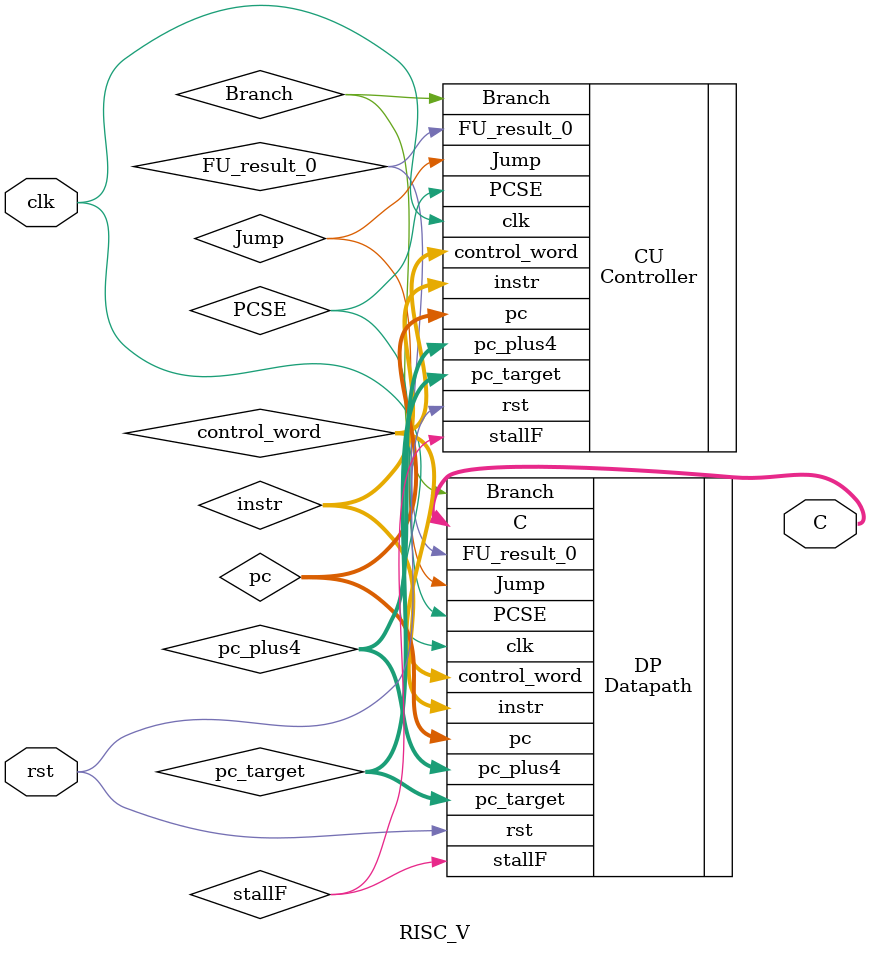
<source format=v>
module RISC_V(

    input wire clk,
    input wire rst,
    output wire [31:0] C
    );
    
    wire [31:0] instr;
    wire [25:0] control_word;
    wire [31:0] pc_plus4;
    wire [31:0] pc_target;
    wire [0:0] Jump;
    wire [0:0] Branch;
    wire [0:0] FU_result_0;
    wire [31:0] pc;
    wire PCSE;
    wire stallF;
    
    Controller CU (
    .clk(clk),
    .rst(rst),
    .pc_plus4(pc_plus4),
    .pc_target(pc_target),
    .Jump(Jump),
    .Branch(Branch),
    .FU_result_0(FU_result_0),
    .stallF(stallF),
    .instr(instr),
    .control_word(control_word),
    .PCSE(PCSE),
    .pc(pc)
    );
    
    Datapath DP (
    .clk(clk),
    .rst(rst),
    .PCSE(PCSE),
    .control_word(control_word),
    .pc(pc),
    .instr(instr),
    .pc_plus4(pc_plus4),
    .pc_target(pc_target),
    .Jump(Jump),
    .Branch(Branch),
    .FU_result_0(FU_result_0),
    .stallF(stallF),
    .C(C) 
    );

    
endmodule

</source>
